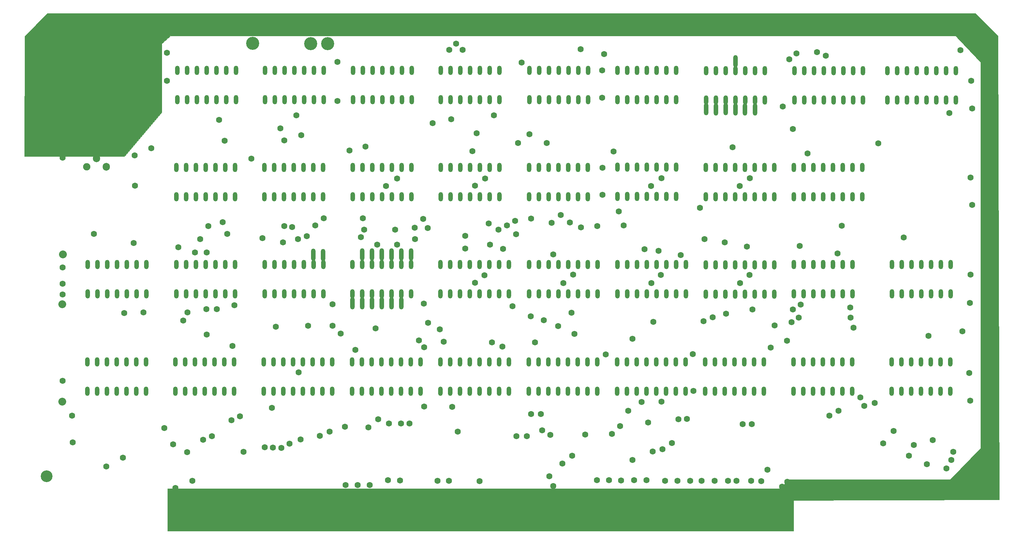
<source format=gts>
G04 #@! TF.GenerationSoftware,KiCad,Pcbnew,8.0.6*
G04 #@! TF.CreationDate,2024-10-27T13:34:52-07:00*
G04 #@! TF.ProjectId,Dazzler2 Rev D,44617a7a-6c65-4723-9220-52657620442e,rev?*
G04 #@! TF.SameCoordinates,Original*
G04 #@! TF.FileFunction,Soldermask,Top*
G04 #@! TF.FilePolarity,Negative*
%FSLAX46Y46*%
G04 Gerber Fmt 4.6, Leading zero omitted, Abs format (unit mm)*
G04 Created by KiCad (PCBNEW 8.0.6) date 2024-10-27 13:34:52*
%MOMM*%
%LPD*%
G01*
G04 APERTURE LIST*
%ADD10C,0.100000*%
%ADD11O,1.200000X2.400000*%
%ADD12O,1.200000X3.200000*%
%ADD13O,3.500000X3.500000*%
%ADD14C,1.905000*%
%ADD15O,1.905000X2.000000*%
%ADD16C,3.048000*%
%ADD17R,1.778000X8.382000*%
%ADD18C,1.600000*%
%ADD19C,2.032000*%
%ADD20C,3.400000*%
G04 APERTURE END LIST*
D10*
X56500000Y-149000000D02*
X219000000Y-149000000D01*
X219000000Y-160000000D01*
X56500000Y-160000000D01*
X56500000Y-149000000D01*
G36*
X56500000Y-149000000D02*
G01*
X219000000Y-149000000D01*
X219000000Y-160000000D01*
X56500000Y-160000000D01*
X56500000Y-149000000D01*
G37*
X272088661Y-31322382D02*
X272495061Y-151896182D01*
X214938661Y-152073982D01*
X214938661Y-150854782D01*
X215522861Y-149076782D01*
X217859661Y-146612982D01*
X259795061Y-146638382D01*
X267643661Y-138510382D01*
X267618261Y-38231182D01*
X261115861Y-31296982D01*
X57230061Y-31296982D01*
X54944061Y-33379782D01*
X54944061Y-51210582D01*
X45317461Y-62640582D01*
X19333261Y-62640582D01*
X19358661Y-31500182D01*
X25226061Y-25454982D01*
X266272061Y-25454982D01*
X272088661Y-31322382D01*
G36*
X272088661Y-31322382D02*
G01*
X272495061Y-151896182D01*
X214938661Y-152073982D01*
X214938661Y-150854782D01*
X215522861Y-149076782D01*
X217859661Y-146612982D01*
X259795061Y-146638382D01*
X267643661Y-138510382D01*
X267618261Y-38231182D01*
X261115861Y-31296982D01*
X57230061Y-31296982D01*
X54944061Y-33379782D01*
X54944061Y-51210582D01*
X45317461Y-62640582D01*
X19333261Y-62640582D01*
X19358661Y-31500182D01*
X25226061Y-25454982D01*
X266272061Y-25454982D01*
X272088661Y-31322382D01*
G37*
D11*
X81711800Y-98425000D03*
X84251800Y-98425000D03*
X86791800Y-98425000D03*
X89331800Y-98425000D03*
X91871800Y-98425000D03*
X94411800Y-98425000D03*
X96951800Y-98425000D03*
X96951800Y-90805000D03*
X94411800Y-90805000D03*
X91871800Y-90805000D03*
X89331800Y-90805000D03*
X86791800Y-90805000D03*
X84251800Y-90805000D03*
X81711800Y-90805000D03*
X243408200Y-48056800D03*
X245948200Y-48056800D03*
X248488200Y-48056800D03*
X251028200Y-48056800D03*
X253568200Y-48056800D03*
X256108200Y-48056800D03*
X258648200Y-48056800D03*
X261188200Y-48056800D03*
X261188200Y-40436800D03*
X258648200Y-40436800D03*
X256108200Y-40436800D03*
X253568200Y-40436800D03*
X251028200Y-40436800D03*
X248488200Y-40436800D03*
X245948200Y-40436800D03*
X243408200Y-40436800D03*
D12*
X201449000Y-50426600D03*
D11*
X173278800Y-47929800D03*
X175818800Y-47929800D03*
X178358800Y-47929800D03*
X180898800Y-47929800D03*
X183438800Y-47929800D03*
X185978800Y-47929800D03*
X188518800Y-47929800D03*
X188518800Y-40309800D03*
X185978800Y-40309800D03*
X183438800Y-40309800D03*
X180898800Y-40309800D03*
X178358800Y-40309800D03*
X175818800Y-40309800D03*
X173278800Y-40309800D03*
X104444800Y-98425000D03*
X106984800Y-98425000D03*
X109524800Y-98425000D03*
X112064800Y-98425000D03*
X114604800Y-98425000D03*
X117144800Y-98425000D03*
X119684800Y-98425000D03*
X119684800Y-90805000D03*
X117144800Y-90805000D03*
X114604800Y-90805000D03*
X112064800Y-90805000D03*
X109524800Y-90805000D03*
X106984800Y-90805000D03*
X104444800Y-90805000D03*
D12*
X196369000Y-50426600D03*
D11*
X58724800Y-98425000D03*
X61264800Y-98425000D03*
X63804800Y-98425000D03*
X66344800Y-98425000D03*
X68884800Y-98425000D03*
X71424800Y-98425000D03*
X73964800Y-98425000D03*
X73964800Y-90805000D03*
X71424800Y-90805000D03*
X68884800Y-90805000D03*
X66344800Y-90805000D03*
X63804800Y-90805000D03*
X61264800Y-90805000D03*
X58724800Y-90805000D03*
X150393400Y-98425000D03*
X152933400Y-98425000D03*
X155473400Y-98425000D03*
X158013400Y-98425000D03*
X160553400Y-98425000D03*
X163093400Y-98425000D03*
X165633400Y-98425000D03*
X168173400Y-98425000D03*
X168173400Y-90805000D03*
X165633400Y-90805000D03*
X163093400Y-90805000D03*
X160553400Y-90805000D03*
X158013400Y-90805000D03*
X155473400Y-90805000D03*
X152933400Y-90805000D03*
X150393400Y-90805000D03*
D12*
X107011800Y-100871000D03*
D11*
X127457200Y-73126600D03*
X129997200Y-73126600D03*
X132537200Y-73126600D03*
X135077200Y-73126600D03*
X137617200Y-73126600D03*
X140157200Y-73126600D03*
X142697200Y-73126600D03*
X142697200Y-65506600D03*
X140157200Y-65506600D03*
X137617200Y-65506600D03*
X135077200Y-65506600D03*
X132537200Y-65506600D03*
X129997200Y-65506600D03*
X127457200Y-65506600D03*
X196240400Y-98450400D03*
X198780400Y-98450400D03*
X201320400Y-98450400D03*
X203860400Y-98450400D03*
X206400400Y-98450400D03*
X208940400Y-98450400D03*
X211480400Y-98450400D03*
X214020400Y-98450400D03*
X214020400Y-90830400D03*
X211480400Y-90830400D03*
X208940400Y-90830400D03*
X206400400Y-90830400D03*
X203860400Y-90830400D03*
X201320400Y-90830400D03*
X198780400Y-90830400D03*
X196240400Y-90830400D03*
X127355600Y-98425000D03*
X129895600Y-98425000D03*
X132435600Y-98425000D03*
X134975600Y-98425000D03*
X137515600Y-98425000D03*
X140055600Y-98425000D03*
X142595600Y-98425000D03*
X145135600Y-98425000D03*
X145135600Y-90805000D03*
X142595600Y-90805000D03*
X140055600Y-90805000D03*
X137515600Y-90805000D03*
X134975600Y-90805000D03*
X132435600Y-90805000D03*
X129895600Y-90805000D03*
X127355600Y-90805000D03*
X150266400Y-123723400D03*
X152806400Y-123723400D03*
X155346400Y-123723400D03*
X157886400Y-123723400D03*
X160426400Y-123723400D03*
X162966400Y-123723400D03*
X165506400Y-123723400D03*
X168046400Y-123723400D03*
X168046400Y-116103400D03*
X165506400Y-116103400D03*
X162966400Y-116103400D03*
X160426400Y-116103400D03*
X157886400Y-116103400D03*
X155346400Y-116103400D03*
X152806400Y-116103400D03*
X150266400Y-116103400D03*
D12*
X114606400Y-88171000D03*
D13*
X38023800Y-46509800D03*
D14*
X35483800Y-65369800D03*
D15*
X38023800Y-63169800D03*
X40563800Y-65369800D03*
D11*
X196367400Y-48031400D03*
X198907400Y-48031400D03*
X201447400Y-48031400D03*
X203987400Y-48031400D03*
X206527400Y-48031400D03*
X209067400Y-48031400D03*
X211607400Y-48031400D03*
X211607400Y-40411400D03*
X209067400Y-40411400D03*
X206527400Y-40411400D03*
X203987400Y-40411400D03*
X201447400Y-40411400D03*
X198907400Y-40411400D03*
X196367400Y-40411400D03*
D12*
X96826400Y-88323400D03*
D16*
X25019000Y-30226000D03*
D11*
X59004200Y-47904400D03*
X61544200Y-47904400D03*
X64084200Y-47904400D03*
X66624200Y-47904400D03*
X69164200Y-47904400D03*
X71704200Y-47904400D03*
X74244200Y-47904400D03*
X74244200Y-40284400D03*
X71704200Y-40284400D03*
X69164200Y-40284400D03*
X66624200Y-40284400D03*
X64084200Y-40284400D03*
X61544200Y-40284400D03*
X59004200Y-40284400D03*
X173304200Y-73101200D03*
X175844200Y-73101200D03*
X178384200Y-73101200D03*
X180924200Y-73101200D03*
X183464200Y-73101200D03*
X186004200Y-73101200D03*
X188544200Y-73101200D03*
X188544200Y-65481200D03*
X186004200Y-65481200D03*
X183464200Y-65481200D03*
X180924200Y-65481200D03*
X178384200Y-65481200D03*
X175844200Y-65481200D03*
X173304200Y-65481200D03*
D12*
X94311800Y-88221800D03*
D11*
X104394000Y-123748800D03*
X106934000Y-123748800D03*
X109474000Y-123748800D03*
X112014000Y-123748800D03*
X114554000Y-123748800D03*
X117094000Y-123748800D03*
X119634000Y-123748800D03*
X122174000Y-123748800D03*
X122174000Y-116128800D03*
X119634000Y-116128800D03*
X117094000Y-116128800D03*
X114554000Y-116128800D03*
X112014000Y-116128800D03*
X109474000Y-116128800D03*
X106934000Y-116128800D03*
X104394000Y-116128800D03*
D12*
X117146400Y-88145600D03*
D11*
X104571800Y-73126600D03*
X107111800Y-73126600D03*
X109651800Y-73126600D03*
X112191800Y-73126600D03*
X114731800Y-73126600D03*
X117271800Y-73126600D03*
X119811800Y-73126600D03*
X119811800Y-65506600D03*
X117271800Y-65506600D03*
X114731800Y-65506600D03*
X112191800Y-65506600D03*
X109651800Y-65506600D03*
X107111800Y-65506600D03*
X104571800Y-65506600D03*
X104673400Y-47904400D03*
X107213400Y-47904400D03*
X109753400Y-47904400D03*
X112293400Y-47904400D03*
X114833400Y-47904400D03*
X117373400Y-47904400D03*
X119913400Y-47904400D03*
X119913400Y-40284400D03*
X117373400Y-40284400D03*
X114833400Y-40284400D03*
X112293400Y-40284400D03*
X109753400Y-40284400D03*
X107213400Y-40284400D03*
X104673400Y-40284400D03*
D17*
X59944000Y-155067000D03*
X63119000Y-155067000D03*
X66294000Y-155067000D03*
X69469000Y-155067000D03*
X72644000Y-155067000D03*
X75819000Y-155067000D03*
X78994000Y-155067000D03*
X82169000Y-155067000D03*
X85344000Y-155067000D03*
X88519000Y-155067000D03*
X91694000Y-155067000D03*
X94869000Y-155067000D03*
X98044000Y-155067000D03*
X101219000Y-155067000D03*
X104394000Y-155067000D03*
X107569000Y-155067000D03*
X110744000Y-155067000D03*
X113919000Y-155067000D03*
X117094000Y-155067000D03*
X120269000Y-155067000D03*
X123444000Y-155067000D03*
X126619000Y-155067000D03*
X129794000Y-155067000D03*
X132969000Y-155067000D03*
X136144000Y-155067000D03*
X139319000Y-155067000D03*
X142494000Y-155067000D03*
X145669000Y-155067000D03*
X148844000Y-155067000D03*
X152019000Y-155067000D03*
X155194000Y-155067000D03*
X158369000Y-155067000D03*
X161544000Y-155067000D03*
X164719000Y-155067000D03*
X167894000Y-155067000D03*
X171069000Y-155067000D03*
X174244000Y-155067000D03*
X177419000Y-155067000D03*
X180594000Y-155067000D03*
X183769000Y-155067000D03*
X186944000Y-155067000D03*
X190119000Y-155067000D03*
X193294000Y-155067000D03*
X196469000Y-155067000D03*
X199644000Y-155067000D03*
X202819000Y-155067000D03*
X205994000Y-155067000D03*
X209169000Y-155067000D03*
X212344000Y-155067000D03*
X215519000Y-155067000D03*
D11*
X244602000Y-98425000D03*
X247142000Y-98425000D03*
X249682000Y-98425000D03*
X252222000Y-98425000D03*
X254762000Y-98425000D03*
X257302000Y-98425000D03*
X259842000Y-98425000D03*
X259842000Y-90805000D03*
X257302000Y-90805000D03*
X254762000Y-90805000D03*
X252222000Y-90805000D03*
X249682000Y-90805000D03*
X247142000Y-90805000D03*
X244602000Y-90805000D03*
D12*
X206427400Y-50452000D03*
D11*
X81762600Y-47904400D03*
X84302600Y-47904400D03*
X86842600Y-47904400D03*
X89382600Y-47904400D03*
X91922600Y-47904400D03*
X94462600Y-47904400D03*
X97002600Y-47904400D03*
X97002600Y-40284400D03*
X94462600Y-40284400D03*
X91922600Y-40284400D03*
X89382600Y-40284400D03*
X86842600Y-40284400D03*
X84302600Y-40284400D03*
X81762600Y-40284400D03*
D12*
X109551800Y-100845600D03*
D11*
X196113400Y-123672600D03*
X198653400Y-123672600D03*
X201193400Y-123672600D03*
X203733400Y-123672600D03*
X206273400Y-123672600D03*
X208813400Y-123672600D03*
X211353400Y-123672600D03*
X211353400Y-116052600D03*
X208813400Y-116052600D03*
X206273400Y-116052600D03*
X203733400Y-116052600D03*
X201193400Y-116052600D03*
X198653400Y-116052600D03*
X196113400Y-116052600D03*
X196240400Y-73126600D03*
X198780400Y-73126600D03*
X201320400Y-73126600D03*
X203860400Y-73126600D03*
X206400400Y-73126600D03*
X208940400Y-73126600D03*
X211480400Y-73126600D03*
X214020400Y-73126600D03*
X214020400Y-65506600D03*
X211480400Y-65506600D03*
X208940400Y-65506600D03*
X206400400Y-65506600D03*
X203860400Y-65506600D03*
X201320400Y-65506600D03*
X198780400Y-65506600D03*
X196240400Y-65506600D03*
D12*
X106986400Y-88145600D03*
X198909000Y-50452000D03*
D11*
X81483200Y-123723400D03*
X84023200Y-123723400D03*
X86563200Y-123723400D03*
X89103200Y-123723400D03*
X91643200Y-123723400D03*
X94183200Y-123723400D03*
X96723200Y-123723400D03*
X99263200Y-123723400D03*
X99263200Y-116103400D03*
X96723200Y-116103400D03*
X94183200Y-116103400D03*
X91643200Y-116103400D03*
X89103200Y-116103400D03*
X86563200Y-116103400D03*
X84023200Y-116103400D03*
X81483200Y-116103400D03*
D12*
X209043600Y-50452000D03*
X104471800Y-100845600D03*
D16*
X266319000Y-30226000D03*
D12*
X112091800Y-100871000D03*
D16*
X25019000Y-145796000D03*
D12*
X203989000Y-37904400D03*
D11*
X58496200Y-123672600D03*
X61036200Y-123672600D03*
X63576200Y-123672600D03*
X66116200Y-123672600D03*
X68656200Y-123672600D03*
X71196200Y-123672600D03*
X73736200Y-123672600D03*
X73736200Y-116052600D03*
X71196200Y-116052600D03*
X68656200Y-116052600D03*
X66116200Y-116052600D03*
X63576200Y-116052600D03*
X61036200Y-116052600D03*
X58496200Y-116052600D03*
D12*
X119686400Y-88171000D03*
X114631800Y-100845600D03*
D11*
X150342600Y-73126600D03*
X152882600Y-73126600D03*
X155422600Y-73126600D03*
X157962600Y-73126600D03*
X160502600Y-73126600D03*
X163042600Y-73126600D03*
X165582600Y-73126600D03*
X165582600Y-65506600D03*
X163042600Y-65506600D03*
X160502600Y-65506600D03*
X157962600Y-65506600D03*
X155422600Y-65506600D03*
X152882600Y-65506600D03*
X150342600Y-65506600D03*
X150469600Y-47929800D03*
X153009600Y-47929800D03*
X155549600Y-47929800D03*
X158089600Y-47929800D03*
X160629600Y-47929800D03*
X163169600Y-47929800D03*
X165709600Y-47929800D03*
X165709600Y-40309800D03*
X163169600Y-40309800D03*
X160629600Y-40309800D03*
X158089600Y-40309800D03*
X155549600Y-40309800D03*
X153009600Y-40309800D03*
X150469600Y-40309800D03*
X219278200Y-48031400D03*
X221818200Y-48031400D03*
X224358200Y-48031400D03*
X226898200Y-48031400D03*
X229438200Y-48031400D03*
X231978200Y-48031400D03*
X234518200Y-48031400D03*
X237058200Y-48031400D03*
X237058200Y-40411400D03*
X234518200Y-40411400D03*
X231978200Y-40411400D03*
X229438200Y-40411400D03*
X226898200Y-40411400D03*
X224358200Y-40411400D03*
X221818200Y-40411400D03*
X219278200Y-40411400D03*
D12*
X203989000Y-50452000D03*
D11*
X219024200Y-123672600D03*
X221564200Y-123672600D03*
X224104200Y-123672600D03*
X226644200Y-123672600D03*
X229184200Y-123672600D03*
X231724200Y-123672600D03*
X234264200Y-123672600D03*
X234264200Y-116052600D03*
X231724200Y-116052600D03*
X229184200Y-116052600D03*
X226644200Y-116052600D03*
X224104200Y-116052600D03*
X221564200Y-116052600D03*
X219024200Y-116052600D03*
X127330200Y-123748800D03*
X129870200Y-123748800D03*
X132410200Y-123748800D03*
X134950200Y-123748800D03*
X137490200Y-123748800D03*
X140030200Y-123748800D03*
X142570200Y-123748800D03*
X145110200Y-123748800D03*
X145110200Y-116128800D03*
X142570200Y-116128800D03*
X140030200Y-116128800D03*
X137490200Y-116128800D03*
X134950200Y-116128800D03*
X132410200Y-116128800D03*
X129870200Y-116128800D03*
X127330200Y-116128800D03*
X219125800Y-73126600D03*
X221665800Y-73126600D03*
X224205800Y-73126600D03*
X226745800Y-73126600D03*
X229285800Y-73126600D03*
X231825800Y-73126600D03*
X234365800Y-73126600D03*
X236905800Y-73126600D03*
X236905800Y-65506600D03*
X234365800Y-65506600D03*
X231825800Y-65506600D03*
X229285800Y-65506600D03*
X226745800Y-65506600D03*
X224205800Y-65506600D03*
X221665800Y-65506600D03*
X219125800Y-65506600D03*
D12*
X109526400Y-88171000D03*
D11*
X244500400Y-123672600D03*
X247040400Y-123672600D03*
X249580400Y-123672600D03*
X252120400Y-123672600D03*
X254660400Y-123672600D03*
X257200400Y-123672600D03*
X259740400Y-123672600D03*
X259740400Y-116052600D03*
X257200400Y-116052600D03*
X254660400Y-116052600D03*
X252120400Y-116052600D03*
X249580400Y-116052600D03*
X247040400Y-116052600D03*
X244500400Y-116052600D03*
D12*
X112066400Y-88145600D03*
D11*
X127457200Y-47929800D03*
X129997200Y-47929800D03*
X132537200Y-47929800D03*
X135077200Y-47929800D03*
X137617200Y-47929800D03*
X140157200Y-47929800D03*
X142697200Y-47929800D03*
X142697200Y-40309800D03*
X140157200Y-40309800D03*
X137617200Y-40309800D03*
X135077200Y-40309800D03*
X132537200Y-40309800D03*
X129997200Y-40309800D03*
X127457200Y-40309800D03*
D16*
X266319000Y-145796000D03*
D11*
X173228000Y-123723400D03*
X175768000Y-123723400D03*
X178308000Y-123723400D03*
X180848000Y-123723400D03*
X183388000Y-123723400D03*
X185928000Y-123723400D03*
X188468000Y-123723400D03*
X191008000Y-123723400D03*
X191008000Y-116103400D03*
X188468000Y-116103400D03*
X185928000Y-116103400D03*
X183388000Y-116103400D03*
X180848000Y-116103400D03*
X178308000Y-116103400D03*
X175768000Y-116103400D03*
X173228000Y-116103400D03*
X35661600Y-123672600D03*
X38201600Y-123672600D03*
X40741600Y-123672600D03*
X43281600Y-123672600D03*
X45821600Y-123672600D03*
X48361600Y-123672600D03*
X50901600Y-123672600D03*
X50901600Y-116052600D03*
X48361600Y-116052600D03*
X45821600Y-116052600D03*
X43281600Y-116052600D03*
X40741600Y-116052600D03*
X38201600Y-116052600D03*
X35661600Y-116052600D03*
X81584800Y-73126600D03*
X84124800Y-73126600D03*
X86664800Y-73126600D03*
X89204800Y-73126600D03*
X91744800Y-73126600D03*
X94284800Y-73126600D03*
X96824800Y-73126600D03*
X96824800Y-65506600D03*
X94284800Y-65506600D03*
X91744800Y-65506600D03*
X89204800Y-65506600D03*
X86664800Y-65506600D03*
X84124800Y-65506600D03*
X81584800Y-65506600D03*
X35712400Y-98425000D03*
X38252400Y-98425000D03*
X40792400Y-98425000D03*
X43332400Y-98425000D03*
X45872400Y-98425000D03*
X48412400Y-98425000D03*
X50952400Y-98425000D03*
X50952400Y-90805000D03*
X48412400Y-90805000D03*
X45872400Y-90805000D03*
X43332400Y-90805000D03*
X40792400Y-90805000D03*
X38252400Y-90805000D03*
X35712400Y-90805000D03*
X173304200Y-98374200D03*
X175844200Y-98374200D03*
X178384200Y-98374200D03*
X180924200Y-98374200D03*
X183464200Y-98374200D03*
X186004200Y-98374200D03*
X188544200Y-98374200D03*
X191084200Y-98374200D03*
X191084200Y-90754200D03*
X188544200Y-90754200D03*
X186004200Y-90754200D03*
X183464200Y-90754200D03*
X180924200Y-90754200D03*
X178384200Y-90754200D03*
X175844200Y-90754200D03*
X173304200Y-90754200D03*
X58750200Y-73126600D03*
X61290200Y-73126600D03*
X63830200Y-73126600D03*
X66370200Y-73126600D03*
X68910200Y-73126600D03*
X71450200Y-73126600D03*
X73990200Y-73126600D03*
X73990200Y-65506600D03*
X71450200Y-65506600D03*
X68910200Y-65506600D03*
X66370200Y-65506600D03*
X63830200Y-65506600D03*
X61290200Y-65506600D03*
X58750200Y-65506600D03*
X219100400Y-98425000D03*
X221640400Y-98425000D03*
X224180400Y-98425000D03*
X226720400Y-98425000D03*
X229260400Y-98425000D03*
X231800400Y-98425000D03*
X234340400Y-98425000D03*
X234340400Y-90805000D03*
X231800400Y-90805000D03*
X229260400Y-90805000D03*
X226720400Y-90805000D03*
X224180400Y-90805000D03*
X221640400Y-90805000D03*
X219100400Y-90805000D03*
D12*
X117171800Y-100871000D03*
D18*
X264998200Y-68173600D03*
X158597600Y-77901800D03*
X248970800Y-140512800D03*
X133807200Y-86588600D03*
X203174600Y-60274200D03*
X216230200Y-49707800D03*
X156591000Y-88112600D03*
X230454200Y-87934800D03*
X234619800Y-107162600D03*
X120726200Y-84150200D03*
X181991000Y-70332600D03*
X169418000Y-65633600D03*
X228371400Y-130048000D03*
X73863200Y-101371400D03*
X133070600Y-35001200D03*
X265430000Y-50241200D03*
X217932000Y-37439600D03*
X218541600Y-105740200D03*
X174218600Y-146939000D03*
X29210000Y-62966600D03*
X207695800Y-68300600D03*
X242316000Y-137236200D03*
X170230800Y-114147600D03*
D19*
X29260800Y-88188800D03*
D18*
X115595400Y-81737200D03*
X125272800Y-54000400D03*
D20*
X82880200Y-28321000D03*
D18*
X161518600Y-140462000D03*
X225120200Y-35585400D03*
X126542800Y-146989800D03*
X66624200Y-108966000D03*
X204190600Y-146964400D03*
X173609000Y-77012800D03*
X70764400Y-79756000D03*
X169799000Y-36068000D03*
X240080800Y-126746000D03*
X260527800Y-139446000D03*
X212267800Y-144119600D03*
X56337200Y-43002200D03*
X45237400Y-103352600D03*
X58521600Y-148894800D03*
X123037600Y-100939600D03*
X86029800Y-138404600D03*
X140741400Y-111048800D03*
X86461600Y-85013800D03*
X102717600Y-148056600D03*
X113665000Y-146812000D03*
X94792800Y-80619600D03*
X64922400Y-84175600D03*
X75285600Y-130200400D03*
X67995800Y-135432800D03*
X140182600Y-85623400D03*
X265176000Y-43053000D03*
X116052600Y-68402200D03*
X127177800Y-107645200D03*
X191363600Y-130911600D03*
X189153800Y-131013200D03*
X159029400Y-142519400D03*
X128168400Y-110871000D03*
X205841600Y-132257800D03*
X66548000Y-102387400D03*
X121767600Y-110490000D03*
X117119400Y-132130800D03*
X100584000Y-48310800D03*
X110896400Y-85623400D03*
X262407400Y-35052000D03*
X155651200Y-145796000D03*
X169291000Y-47396400D03*
X201142600Y-84988400D03*
X47675800Y-85191600D03*
X48031400Y-70281800D03*
X227431600Y-36474400D03*
X67056000Y-80772000D03*
X182473600Y-139344400D03*
X111175800Y-130987800D03*
X129540000Y-146989800D03*
X173964600Y-132791200D03*
X180340000Y-86766400D03*
X110490000Y-107340400D03*
X113207800Y-70408800D03*
X105841800Y-148056600D03*
X259486400Y-51384200D03*
X216103200Y-148539200D03*
X100584000Y-38100000D03*
X205130400Y-95580200D03*
X172262800Y-61366400D03*
X154940000Y-59156600D03*
X92964000Y-106680000D03*
X85750400Y-55346600D03*
X151917400Y-111048800D03*
X150774400Y-104216200D03*
X81076800Y-83896200D03*
X208330800Y-102438200D03*
X195630800Y-105486200D03*
X171831000Y-134823200D03*
X184531000Y-93446600D03*
D19*
X29159200Y-101066600D03*
D18*
X155854400Y-135077200D03*
X184708800Y-126390400D03*
X220395800Y-104597200D03*
X182651400Y-105638600D03*
X194741800Y-76022200D03*
X107188000Y-78740000D03*
X63601600Y-87604600D03*
X107848400Y-60121800D03*
X169291000Y-40309800D03*
X157886400Y-106781600D03*
D20*
X98044000Y-33401000D03*
D18*
X136296400Y-70281800D03*
X81686400Y-138277600D03*
X156210000Y-79933800D03*
X136296400Y-95504000D03*
X230682800Y-128803400D03*
X198501000Y-146964400D03*
X169418000Y-72644000D03*
X218897200Y-102463600D03*
X259994400Y-141579600D03*
X98552000Y-134188200D03*
X180822600Y-146837400D03*
X206908400Y-86156800D03*
X144602200Y-80645000D03*
X218821000Y-55575200D03*
X231521000Y-80695800D03*
X177622200Y-146862800D03*
X71932800Y-82854800D03*
X147040600Y-135432800D03*
X187452000Y-137210800D03*
X131851400Y-134213600D03*
X192151000Y-146964400D03*
X264998200Y-93395800D03*
X195884800Y-84201000D03*
X258749800Y-143814800D03*
X245059200Y-134035800D03*
X88823800Y-81026000D03*
X192862200Y-114096800D03*
X161340800Y-103327200D03*
X150444200Y-56921400D03*
X50215800Y-103251000D03*
X198018400Y-104470200D03*
X83820000Y-138328400D03*
X52273200Y-60579000D03*
X131394200Y-33401000D03*
X129616200Y-35001200D03*
X138785600Y-93548200D03*
X247675400Y-83718400D03*
X139827000Y-80111600D03*
X164896800Y-135001000D03*
X76200000Y-139446000D03*
X86817200Y-58521600D03*
X95986600Y-135331200D03*
D20*
X210286600Y-28321000D03*
D18*
X233807000Y-104597200D03*
X137464800Y-147116800D03*
X69240400Y-102387400D03*
X264820400Y-100761800D03*
X146735800Y-79400400D03*
X108940600Y-148132800D03*
X153441400Y-129667000D03*
X201498200Y-103581200D03*
X183997600Y-87223600D03*
X167995600Y-146862800D03*
X177241200Y-110083600D03*
X264947400Y-126136400D03*
X101422200Y-108762800D03*
X264693400Y-118948200D03*
X181254400Y-131800600D03*
X91008200Y-136220200D03*
X217424000Y-147218400D03*
X219786200Y-35941000D03*
X160909000Y-79857600D03*
X217297000Y-110617000D03*
X233730800Y-101930200D03*
X205054200Y-70358000D03*
X153720800Y-133858000D03*
X108585000Y-133121400D03*
X90322400Y-84201000D03*
X29235400Y-91541600D03*
X202006200Y-146964400D03*
X214096600Y-106629200D03*
X193065400Y-123647200D03*
X83540600Y-128066800D03*
X141249400Y-51968400D03*
X60502800Y-105333800D03*
X143560800Y-86690200D03*
X130149600Y-53035200D03*
X168021000Y-80746600D03*
X162153600Y-108813600D03*
X119253000Y-132054600D03*
X120650000Y-81203800D03*
X195122800Y-146964400D03*
X73075800Y-131267200D03*
X61671200Y-103251000D03*
X149809200Y-135356600D03*
X102539800Y-132943600D03*
X107492800Y-81737200D03*
X156641800Y-148361400D03*
X47879000Y-62407800D03*
X161798000Y-93395800D03*
X31851600Y-137033000D03*
X123088400Y-112293400D03*
X99314000Y-101092000D03*
X135661400Y-61290200D03*
X241020600Y-59309000D03*
X130352800Y-127787400D03*
X29184600Y-95758000D03*
X65684400Y-136321800D03*
X177165000Y-141579600D03*
X40513000Y-143281400D03*
X188899800Y-146964400D03*
X116052600Y-85623400D03*
D20*
X93599000Y-33401000D03*
D18*
X159283400Y-95580200D03*
X29184600Y-121031000D03*
X255193800Y-136423400D03*
X253669800Y-142646400D03*
X146075400Y-101625400D03*
X55651400Y-133299200D03*
X138963400Y-68402200D03*
X97028000Y-78740000D03*
X148437600Y-38277800D03*
X106705400Y-83693000D03*
X66598800Y-87655400D03*
X222631000Y-61874400D03*
X31699200Y-130073400D03*
X250291600Y-137668000D03*
X92608400Y-83439000D03*
X262864600Y-108127800D03*
X154152600Y-105283000D03*
X207619600Y-93446600D03*
X179552600Y-126466600D03*
X171119800Y-146862800D03*
X73279000Y-111937800D03*
X176098200Y-128778000D03*
X185674000Y-146964400D03*
X142392400Y-81711800D03*
X90474800Y-118821200D03*
X220675200Y-85979000D03*
X69850000Y-53213000D03*
X184962800Y-138811000D03*
X124028200Y-81305400D03*
X84582000Y-106934000D03*
X44881800Y-141020800D03*
X78232000Y-63246000D03*
X57886600Y-137490200D03*
X89916000Y-51968400D03*
X61518800Y-139522200D03*
X29184600Y-98526600D03*
X254050800Y-109296200D03*
X122859800Y-78917800D03*
X147472400Y-59156600D03*
X62865000Y-146989800D03*
X150876000Y-78867000D03*
X59283600Y-86309200D03*
X116840000Y-146888200D03*
X133731000Y-83312000D03*
X136728200Y-56667400D03*
X103682800Y-61112400D03*
X163830000Y-81102200D03*
X105257600Y-112928400D03*
X220929200Y-101219000D03*
X146989800Y-82880200D03*
X86791800Y-80772000D03*
X71272400Y-58623200D03*
X91160600Y-57200800D03*
X189763400Y-88290400D03*
X210667600Y-147040600D03*
X124104400Y-105968800D03*
X174929800Y-80645000D03*
X208000600Y-146964400D03*
X237413800Y-127558800D03*
X37363400Y-82854800D03*
X56261000Y-35712400D03*
X208153000Y-132257800D03*
X123063000Y-127711200D03*
X213131400Y-112395000D03*
D19*
X29159200Y-126390400D03*
D18*
X99314000Y-106680000D03*
X143408400Y-112115600D03*
X184708800Y-68300600D03*
X182118000Y-95580200D03*
X163703000Y-34798000D03*
X88163400Y-137337800D03*
X113919000Y-132130800D03*
X236347000Y-125323600D03*
X150876000Y-129667000D03*
D20*
X78562200Y-33248600D03*
D18*
X265430000Y-75285600D03*
M02*

</source>
